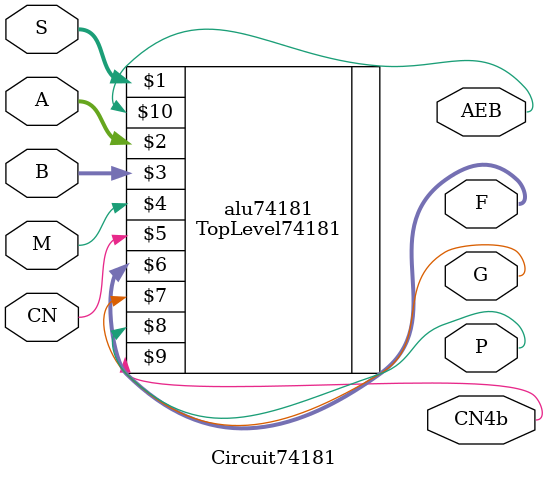
<source format=v>
`timescale 1ns / 1ps

module Circuit74181 (S, A, B, M, CN, F, G, P, CN4b, AEB);

  input [3:0] A, B, S;
  input CN, M; 
  output [3:0] F;
  output AEB, G, P, CN4b;
	
  TopLevel74181 alu74181 (S, A, B, M, CN, F, G, P, CN4b, AEB);

endmodule 

</source>
